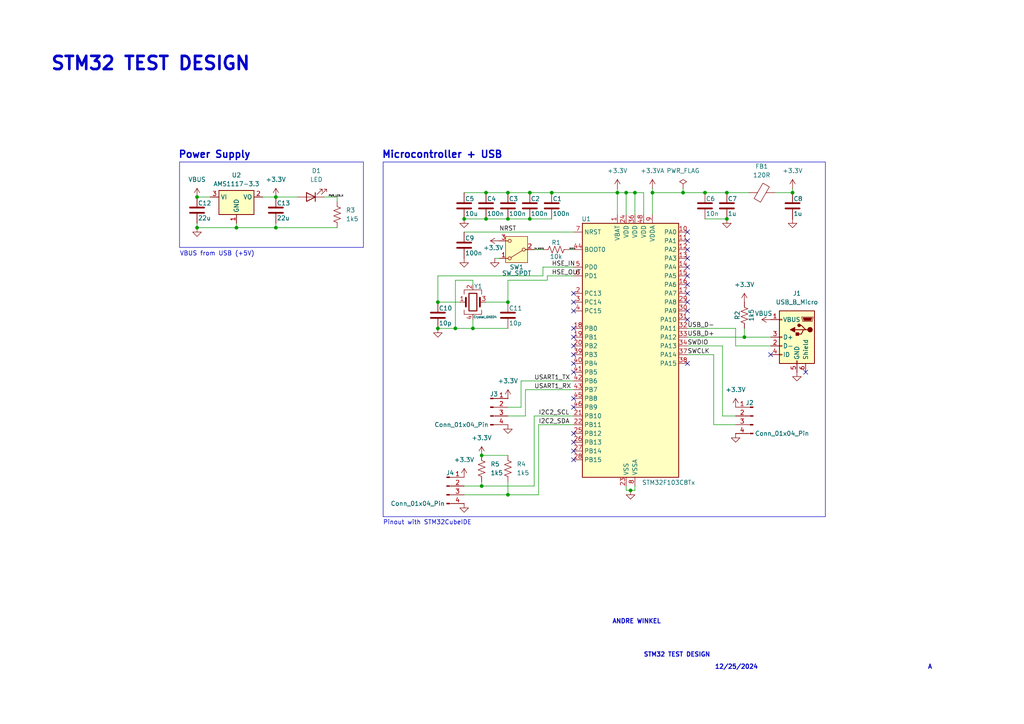
<source format=kicad_sch>
(kicad_sch (version 20250114) (generator "eeschema") (generator_version "9.0")
  (paper "A4")
  (lib_symbols
    (symbol "Connector:Conn_01x04_Pin" (pin_names (offset 1.016) (hide yes))
      (property "Reference" "J" (at 0 5.08 0))
      (property "Value" "Conn_01x04_Pin" (at 0 -7.62 0))
      (symbol "Conn_01x04_Pin_1_1"
        (rectangle (start 0.8636 2.667) (end 0 2.413) (stroke (width 0.1524)) (fill (type outline)))
        (rectangle (start 0.8636 0.127) (end 0 -0.127) (stroke (width 0.1524)) (fill (type outline)))
        (rectangle (start 0.8636 -2.413) (end 0 -2.667) (stroke (width 0.1524)) (fill (type outline)))
        (rectangle (start 0.8636 -4.953) (end 0 -5.207) (stroke (width 0.1524)) (fill (type outline)))
        (polyline (pts (xy 1.27 2.54) (xy 0.8636 2.54)) (stroke (width 0.1524)))
        (polyline (pts (xy 1.27 0) (xy 0.8636 0)) (stroke (width 0.1524)))
        (polyline (pts (xy 1.27 -2.54) (xy 0.8636 -2.54)) (stroke (width 0.1524)))
        (polyline (pts (xy 1.27 -5.08) (xy 0.8636 -5.08)) (stroke (width 0.1524)))
        (pin passive line (at 5.08 2.54 180) (length 3.81) (name "Pin_1") (number "1"))
        (pin passive line (at 5.08 0 180) (length 3.81) (name "Pin_2") (number "2"))
        (pin passive line (at 5.08 -2.54 180) (length 3.81) (name "Pin_3") (number "3"))
        (pin passive line (at 5.08 -5.08 180) (length 3.81) (name "Pin_4") (number "4"))
      )
    )
    (symbol "Connector:USB_B_Micro" (pin_names (offset 1.016))
      (property "Reference" "J" (at -5.08 11.43 0))
      (property "Value" "USB_B_Micro" (at -5.08 8.89 0))
      (symbol "USB_B_Micro_0_1"
        (rectangle (start -5.08 -7.62) (end 5.08 7.62) (stroke (width 0.254)) (fill (type background)))
        (polyline (pts (xy -4.699 5.842) (xy -4.699 5.588) (xy -4.445 4.826) (xy -4.445 4.572) (xy -1.651 4.572) (xy -1.651 4.826) (xy -1.397 5.588) (xy -1.397 5.842) (xy -4.699 5.842)))
        (polyline (pts (xy -4.318 5.588) (xy -1.778 5.588) (xy -2.032 4.826) (xy -4.064 4.826) (xy -4.318 5.588)) (fill (type outline)))
        (circle (center -3.81 2.159) (radius 0.635) (stroke (width 0.254)) (fill (type outline)))
        (polyline (pts (xy -3.175 2.159) (xy -2.54 2.159) (xy -1.27 3.429) (xy -0.635 3.429)) (stroke (width 0.254)))
        (polyline (pts (xy -2.54 2.159) (xy -1.905 2.159) (xy -1.27 0.889) (xy 0 0.889)) (stroke (width 0.254)))
        (polyline (pts (xy -1.905 2.159) (xy 0.635 2.159)) (stroke (width 0.254)))
        (circle (center -0.635 3.429) (radius 0.381) (stroke (width 0.254)) (fill (type outline)))
        (rectangle (start -0.127 -7.62) (end 0.127 -6.858))
        (rectangle (start 0.254 1.27) (end -0.508 0.508) (stroke (width 0.254)) (fill (type outline)))
        (polyline (pts (xy 0.635 2.794) (xy 0.635 1.524) (xy 1.905 2.159) (xy 0.635 2.794)) (stroke (width 0.254)) (fill (type outline)))
        (rectangle (start 5.08 4.953) (end 4.318 5.207))
        (rectangle (start 5.08 -0.127) (end 4.318 0.127))
        (rectangle (start 5.08 -2.667) (end 4.318 -2.413))
        (rectangle (start 5.08 -5.207) (end 4.318 -4.953))
      )
      (symbol "USB_B_Micro_1_1"
        (pin passive line (at -2.54 -10.16 90) (length 2.54) (name "Shield") (number "6"))
        (pin power_out line (at 0 -10.16 90) (length 2.54) (name "GND") (number "5"))
        (pin power_out line (at 7.62 5.08 180) (length 2.54) (name "VBUS") (number "1"))
        (pin bidirectional line (at 7.62 0 180) (length 2.54) (name "D+") (number "3"))
        (pin bidirectional line (at 7.62 -2.54 180) (length 2.54) (name "D-") (number "2"))
        (pin passive line (at 7.62 -5.08 180) (length 2.54) (name "ID") (number "4"))
      )
    )
    (symbol "Device:C" (pin_numbers (hide yes)) (pin_names (offset 0.254))
      (property "Reference" "C" (at 0.635 2.54 0))
      (property "Value" "C" (at 0.635 -2.54 0))
      (symbol "C_0_1"
        (polyline (pts (xy -2.032 0.762) (xy 2.032 0.762)) (stroke (width 0.508)))
        (polyline (pts (xy -2.032 -0.762) (xy 2.032 -0.762)) (stroke (width 0.508)))
      )
      (symbol "C_1_1"
        (pin passive line (at 0 3.81 270) (length 2.794) (name "~") (number "1"))
        (pin passive line (at 0 -3.81 90) (length 2.794) (name "~") (number "2"))
      )
    )
    (symbol "Device:Crystal_GND24" (pin_names (offset 1.016) (hide yes))
      (property "Reference" "Y" (at 3.175 5.08 0))
      (property "Value" "Crystal_GND24" (at 3.175 3.175 0))
      (symbol "Crystal_GND24_0_1"
        (polyline (pts (xy -2.54 2.286) (xy -2.54 3.556) (xy 2.54 3.556) (xy 2.54 2.286)))
        (polyline (pts (xy -2.54 0) (xy -2.032 0)))
        (polyline (pts (xy -2.54 -2.286) (xy -2.54 -3.556) (xy 2.54 -3.556) (xy 2.54 -2.286)))
        (polyline (pts (xy -2.032 -1.27) (xy -2.032 1.27)) (stroke (width 0.508)))
        (rectangle (start -1.143 2.54) (end 1.143 -2.54) (stroke (width 0.3048)))
        (polyline (pts (xy 0 3.556) (xy 0 3.81)))
        (polyline (pts (xy 0 -3.81) (xy 0 -3.556)))
        (polyline (pts (xy 2.032 0) (xy 2.54 0)))
        (polyline (pts (xy 2.032 -1.27) (xy 2.032 1.27)) (stroke (width 0.508)))
      )
      (symbol "Crystal_GND24_1_1"
        (pin passive line (at -3.81 0 0) (length 1.27) (name "1") (number "1"))
        (pin passive line (at 0 5.08 270) (length 1.27) (name "2") (number "2"))
        (pin passive line (at 0 -5.08 90) (length 1.27) (name "4") (number "4"))
        (pin passive line (at 3.81 0 180) (length 1.27) (name "3") (number "3"))
      )
    )
    (symbol "Device:FerriteBead" (pin_numbers (hide yes)) (pin_names (offset 0))
      (property "Reference" "FB" (at -3.81 0.635 90))
      (property "Value" "FerriteBead" (at 3.81 0 90))
      (symbol "FerriteBead_0_1"
        (polyline (pts (xy -2.7686 0.4064) (xy -1.7018 2.2606) (xy 2.7686 -0.3048) (xy 1.6764 -2.159) (xy -2.7686 0.4064)))
        (polyline (pts (xy 0 1.27) (xy 0 1.2954)))
        (polyline (pts (xy 0 -1.27) (xy 0 -1.2192)))
      )
      (symbol "FerriteBead_1_1"
        (pin passive line (at 0 3.81 270) (length 2.54) (name "~") (number "1"))
        (pin passive line (at 0 -3.81 90) (length 2.54) (name "~") (number "2"))
      )
    )
    (symbol "Device:LED" (pin_numbers (hide yes)) (pin_names (offset 1.016) (hide yes))
      (property "Reference" "D" (at 0 2.54 0))
      (property "Value" "LED" (at 0 -2.54 0))
      (symbol "LED_0_1"
        (polyline (pts (xy -3.048 -0.762) (xy -4.572 -2.286) (xy -3.81 -2.286) (xy -4.572 -2.286) (xy -4.572 -1.524)))
        (polyline (pts (xy -1.778 -0.762) (xy -3.302 -2.286) (xy -2.54 -2.286) (xy -3.302 -2.286) (xy -3.302 -1.524)))
        (polyline (pts (xy -1.27 0) (xy 1.27 0)))
        (polyline (pts (xy -1.27 -1.27) (xy -1.27 1.27)) (stroke (width 0.254)))
        (polyline (pts (xy 1.27 -1.27) (xy 1.27 1.27) (xy -1.27 0) (xy 1.27 -1.27)) (stroke (width 0.254)))
      )
      (symbol "LED_1_1"
        (pin passive line (at -3.81 0 0) (length 2.54) (name "K") (number "1"))
        (pin passive line (at 3.81 0 180) (length 2.54) (name "A") (number "2"))
      )
    )
    (symbol "Device:R_US" (pin_numbers (hide yes)) (pin_names (offset 0))
      (property "Reference" "R" (at 2.54 0 90))
      (property "Value" "R_US" (at -2.54 0 90))
      (symbol "R_US_0_1"
        (polyline (pts (xy 0 2.286) (xy 0 2.54)))
        (polyline (pts (xy 0 2.286) (xy 1.016 1.905) (xy 0 1.524) (xy -1.016 1.143) (xy 0 0.762)))
        (polyline (pts (xy 0 0.762) (xy 1.016 0.381) (xy 0 0) (xy -1.016 -0.381) (xy 0 -0.762)))
        (polyline (pts (xy 0 -0.762) (xy 1.016 -1.143) (xy 0 -1.524) (xy -1.016 -1.905) (xy 0 -2.286)))
        (polyline (pts (xy 0 -2.286) (xy 0 -2.54)))
      )
      (symbol "R_US_1_1"
        (pin passive line (at 0 3.81 270) (length 1.27) (name "~") (number "1"))
        (pin passive line (at 0 -3.81 90) (length 1.27) (name "~") (number "2"))
      )
    )
    (symbol "MCU_ST_STM32F1:STM32F103C8Tx"
      (property "Reference" "U" (at -12.7 39.37 0))
      (property "Value" "STM32F103C8Tx" (at 10.16 39.37 0))
      (symbol "STM32F103C8Tx_0_1"
        (rectangle (start -12.7 -35.56) (end 15.24 38.1) (stroke (width 0.254)) (fill (type background)))
      )
      (symbol "STM32F103C8Tx_1_1"
        (pin input line (at -15.24 35.56 0) (length 2.54) (name "NRST") (number "7"))
        (pin input line (at -15.24 30.48 0) (length 2.54) (name "BOOT0") (number "44"))
        (pin bidirectional line (at -15.24 25.4 0) (length 2.54) (name "PD0") (number "5"))
        (pin bidirectional line (at -15.24 22.86 0) (length 2.54) (name "PD1") (number "6"))
        (pin bidirectional line (at -15.24 17.78 0) (length 2.54) (name "PC13") (number "2"))
        (pin bidirectional line (at -15.24 15.24 0) (length 2.54) (name "PC14") (number "3"))
        (pin bidirectional line (at -15.24 12.7 0) (length 2.54) (name "PC15") (number "4"))
        (pin bidirectional line (at -15.24 7.62 0) (length 2.54) (name "PB0") (number "18"))
        (pin bidirectional line (at -15.24 5.08 0) (length 2.54) (name "PB1") (number "19"))
        (pin bidirectional line (at -15.24 2.54 0) (length 2.54) (name "PB2") (number "20"))
        (pin bidirectional line (at -15.24 0 0) (length 2.54) (name "PB3") (number "39"))
        (pin bidirectional line (at -15.24 -2.54 0) (length 2.54) (name "PB4") (number "40"))
        (pin bidirectional line (at -15.24 -5.08 0) (length 2.54) (name "PB5") (number "41"))
        (pin bidirectional line (at -15.24 -7.62 0) (length 2.54) (name "PB6") (number "42"))
        (pin bidirectional line (at -15.24 -10.16 0) (length 2.54) (name "PB7") (number "43"))
        (pin bidirectional line (at -15.24 -12.7 0) (length 2.54) (name "PB8") (number "45"))
        (pin bidirectional line (at -15.24 -15.24 0) (length 2.54) (name "PB9") (number "46"))
        (pin bidirectional line (at -15.24 -17.78 0) (length 2.54) (name "PB10") (number "21"))
        (pin bidirectional line (at -15.24 -20.32 0) (length 2.54) (name "PB11") (number "22"))
        (pin bidirectional line (at -15.24 -22.86 0) (length 2.54) (name "PB12") (number "25"))
        (pin bidirectional line (at -15.24 -25.4 0) (length 2.54) (name "PB13") (number "26"))
        (pin bidirectional line (at -15.24 -27.94 0) (length 2.54) (name "PB14") (number "27"))
        (pin bidirectional line (at -15.24 -30.48 0) (length 2.54) (name "PB15") (number "28"))
        (pin power_in line (at -2.54 40.64 270) (length 2.54) (name "VBAT") (number "1"))
        (pin power_in line (at 0 40.64 270) (length 2.54) (name "VDD") (number "24"))
        (pin power_in line (at 0 -38.1 90) (length 2.54) (name "VSS") (number "23"))
        (pin passive line (at 0 -38.1 90) (length 2.54) (hide yes) (name "VSS") (number "35"))
        (pin passive line (at 0 -38.1 90) (length 2.54) (hide yes) (name "VSS") (number "47"))
        (pin power_in line (at 2.54 40.64 270) (length 2.54) (name "VDD") (number "36"))
        (pin power_in line (at 2.54 -38.1 90) (length 2.54) (name "VSSA") (number "8"))
        (pin power_in line (at 5.08 40.64 270) (length 2.54) (name "VDD") (number "48"))
        (pin power_in line (at 7.62 40.64 270) (length 2.54) (name "VDDA") (number "9"))
        (pin bidirectional line (at 17.78 35.56 180) (length 2.54) (name "PA0") (number "10"))
        (pin bidirectional line (at 17.78 33.02 180) (length 2.54) (name "PA1") (number "11"))
        (pin bidirectional line (at 17.78 30.48 180) (length 2.54) (name "PA2") (number "12"))
        (pin bidirectional line (at 17.78 27.94 180) (length 2.54) (name "PA3") (number "13"))
        (pin bidirectional line (at 17.78 25.4 180) (length 2.54) (name "PA4") (number "14"))
        (pin bidirectional line (at 17.78 22.86 180) (length 2.54) (name "PA5") (number "15"))
        (pin bidirectional line (at 17.78 20.32 180) (length 2.54) (name "PA6") (number "16"))
        (pin bidirectional line (at 17.78 17.78 180) (length 2.54) (name "PA7") (number "17"))
        (pin bidirectional line (at 17.78 15.24 180) (length 2.54) (name "PA8") (number "29"))
        (pin bidirectional line (at 17.78 12.7 180) (length 2.54) (name "PA9") (number "30"))
        (pin bidirectional line (at 17.78 10.16 180) (length 2.54) (name "PA10") (number "31"))
        (pin bidirectional line (at 17.78 7.62 180) (length 2.54) (name "PA11") (number "32"))
        (pin bidirectional line (at 17.78 5.08 180) (length 2.54) (name "PA12") (number "33"))
        (pin bidirectional line (at 17.78 2.54 180) (length 2.54) (name "PA13") (number "34"))
        (pin bidirectional line (at 17.78 0 180) (length 2.54) (name "PA14") (number "37"))
        (pin bidirectional line (at 17.78 -2.54 180) (length 2.54) (name "PA15") (number "38"))
      )
    )
    (symbol "Regulator_Linear:AMS1117-3.3"
      (property "Reference" "U" (at -3.81 3.175 0))
      (property "Value" "AMS1117-3.3" (at 0 3.175 0))
      (symbol "AMS1117-3.3_0_1"
        (rectangle (start -5.08 -5.08) (end 5.08 1.905) (stroke (width 0.254)) (fill (type background)))
      )
      (symbol "AMS1117-3.3_1_1"
        (pin power_in line (at -7.62 0 0) (length 2.54) (name "VI") (number "3"))
        (pin power_in line (at 0 -7.62 90) (length 2.54) (name "GND") (number "1"))
        (pin power_out line (at 7.62 0 180) (length 2.54) (name "VO") (number "2"))
      )
    )
    (symbol "Switch:SW_SPDT" (pin_names (offset 0) (hide yes))
      (property "Reference" "SW" (at 0 5.08 0))
      (property "Value" "SW_SPDT" (at 0 -5.08 0))
      (symbol "SW_SPDT_0_1"
        (circle (center -2.032 0) (radius 0.4572))
        (polyline (pts (xy -1.651 0.254) (xy 1.651 2.286)))
        (circle (center 2.032 2.54) (radius 0.4572))
        (circle (center 2.032 -2.54) (radius 0.4572))
      )
      (symbol "SW_SPDT_1_1"
        (rectangle (start -3.175 3.81) (end 3.175 -3.81) (fill (type background)))
        (pin passive line (at -5.08 0 0) (length 2.54) (name "B") (number "2"))
        (pin passive line (at 5.08 2.54 180) (length 2.54) (name "A") (number "1"))
        (pin passive line (at 5.08 -2.54 180) (length 2.54) (name "C") (number "3"))
      )
    )
    (symbol "power:+3.3V" (power) (pin_numbers (hide yes)) (pin_names (offset 0) (hide yes))
      (property "Value" "+3.3V" (at 0 3.556 0))
      (symbol "+3.3V_0_1"
        (polyline (pts (xy -0.762 1.27) (xy 0 2.54)))
        (polyline (pts (xy 0 2.54) (xy 0.762 1.27)))
        (polyline (pts (xy 0 0) (xy 0 2.54)))
      )
      (symbol "+3.3V_1_1"
        (pin power_in line (at 0 0 90) (length 0) (name "~") (number "1"))
      )
    )
    (symbol "power:+3.3VA" (power) (pin_numbers (hide yes)) (pin_names (offset 0) (hide yes))
      (property "Value" "+3.3VA" (at 0 3.556 0))
      (symbol "+3.3VA_0_1"
        (polyline (pts (xy -0.762 1.27) (xy 0 2.54)))
        (polyline (pts (xy 0 2.54) (xy 0.762 1.27)))
        (polyline (pts (xy 0 0) (xy 0 2.54)))
      )
      (symbol "+3.3VA_1_1"
        (pin power_in line (at 0 0 90) (length 0) (name "~") (number "1"))
      )
    )
    (symbol "power:GND" (power) (pin_numbers (hide yes)) (pin_names (offset 0) (hide yes))
      (property "Value" "GND" (at 0 -3.81 0))
      (symbol "GND_0_1"
        (polyline (pts (xy 0 0) (xy 0 -1.27) (xy 1.27 -1.27) (xy 0 -2.54) (xy -1.27 -1.27) (xy 0 -1.27)))
      )
      (symbol "GND_1_1"
        (pin power_in line (at 0 0 270) (length 0) (name "~") (number "1"))
      )
    )
    (symbol "power:PWR_FLAG" (power) (pin_numbers (hide yes)) (pin_names (offset 0) (hide yes))
      (property "Value" "PWR_FLAG" (at 0 3.81 0))
      (symbol "PWR_FLAG_0_0"
        (pin power_out line (at 0 0 90) (length 0) (name "~") (number "1"))
      )
      (symbol "PWR_FLAG_0_1"
        (polyline (pts (xy 0 0) (xy 0 1.27) (xy -1.016 1.905) (xy 0 2.54) (xy 1.016 1.905) (xy 0 1.27)))
      )
    )
    (symbol "power:VBUS" (power) (pin_numbers (hide yes)) (pin_names (offset 0) (hide yes))
      (property "Value" "VBUS" (at 0 3.556 0))
      (symbol "VBUS_0_1"
        (polyline (pts (xy -0.762 1.27) (xy 0 2.54)))
        (polyline (pts (xy 0 2.54) (xy 0.762 1.27)))
        (polyline (pts (xy 0 0) (xy 0 2.54)))
      )
      (symbol "VBUS_1_1"
        (pin power_in line (at 0 0 90) (length 0) (name "~") (number "1"))
      )
    )
  )
  (rectangle (start 111.125 46.99) (end 239.395 149.86))
  (rectangle (start 52.07 46.99) (end 105.41 71.755))
  (text "Microcontroller + USB" (at 128.27 44.958 0) (effects (font (size 2.032 2.032) (thickness 0.4064) (bold yes))))
  (text "12/25/2024" (at 213.614 193.548 0) (effects (font (size 1.27 1.27) (thickness 0.254) (bold yes))))
  (text "STM32 TEST DESIGN" (at 43.688 18.542 0) (effects (font (size 3.81 3.81) (thickness 0.762) (bold yes))))
  (text "ANDRE WINKEL" (at 184.658 180.34 0) (effects (font (size 1.27 1.27) (thickness 0.254) (bold yes))))
  (text "VBUS from USB (+5V)" (at 62.992 73.66 0) (effects (font (size 1.27 1.27) (thickness 0.1588))))
  (text "STM32 TEST DESIGN" (at 196.342 189.992 0) (effects (font (size 1.27 1.27) (thickness 0.254) (bold yes))))
  (text "Power Supply" (at 62.23 44.958 0) (effects (font (size 2.032 2.032) (thickness 0.4064) (bold yes))))
  (text "A" (at 269.748 193.548 0) (effects (font (size 1.27 1.27) (thickness 0.254) (bold yes))))
  (text "Pinout with STM32CubeIDE" (at 123.952 151.638 0) (effects (font (size 1.27 1.27) (thickness 0.1588))))
  (junction (at 210.82 63.5))
  (junction (at 80.01 57.15))
  (junction (at 181.61 55.88))
  (junction (at 139.7 140.97))
  (junction (at 147.32 87.63))
  (junction (at 210.82 55.88))
  (junction (at 147.32 63.5))
  (junction (at 137.16 95.25))
  (junction (at 132.08 95.25))
  (junction (at 68.58 66.04))
  (junction (at 147.32 55.88))
  (junction (at 127 95.25))
  (junction (at 80.01 66.04))
  (junction (at 134.62 63.5))
  (junction (at 204.47 55.88))
  (junction (at 229.87 55.88))
  (junction (at 153.67 63.5))
  (junction (at 127 87.63))
  (junction (at 57.15 66.04))
  (junction (at 153.67 55.88))
  (junction (at 160.02 55.88))
  (junction (at 179.07 55.88))
  (junction (at 140.97 55.88))
  (junction (at 182.88 142.24))
  (junction (at 147.32 143.51))
  (junction (at 184.15 55.88))
  (junction (at 215.9 97.79))
  (junction (at 139.7 132.08))
  (junction (at 189.23 55.88))
  (junction (at 57.15 57.15))
  (junction (at 140.97 63.5))
  (junction (at 198.12 55.88))
  (no_connect (at 166.37 125.73))
  (no_connect (at 166.37 105.41))
  (no_connect (at 199.39 74.93))
  (no_connect (at 166.37 90.17))
  (no_connect (at 166.37 95.25))
  (no_connect (at 223.52 102.87))
  (no_connect (at 166.37 97.79))
  (no_connect (at 166.37 115.57))
  (no_connect (at 166.37 130.81))
  (no_connect (at 199.39 80.01))
  (no_connect (at 166.37 87.63))
  (no_connect (at 199.39 90.17))
  (no_connect (at 199.39 82.55))
  (no_connect (at 199.39 67.31))
  (no_connect (at 166.37 102.87))
  (no_connect (at 166.37 128.27))
  (no_connect (at 199.39 92.71))
  (no_connect (at 199.39 72.39))
  (no_connect (at 199.39 77.47))
  (no_connect (at 166.37 133.35))
  (no_connect (at 166.37 107.95))
  (no_connect (at 166.37 85.09))
  (no_connect (at 166.37 118.11))
  (no_connect (at 199.39 87.63))
  (no_connect (at 233.68 107.95))
  (no_connect (at 166.37 100.33))
  (no_connect (at 199.39 105.41))
  (no_connect (at 199.39 69.85))
  (no_connect (at 199.39 85.09))
  (wire (pts (xy 147.32 132.08) (xy 139.7 132.08)))
  (wire (pts (xy 151.13 110.49) (xy 151.13 118.11)))
  (wire (pts (xy 199.39 100.33) (xy 209.55 100.33)))
  (wire (pts (xy 158.75 80.01) (xy 166.37 80.01)))
  (wire (pts (xy 147.32 81.28) (xy 147.32 87.63)))
  (wire (pts (xy 127 87.63) (xy 133.35 87.63)))
  (wire (pts (xy 137.16 92.71) (xy 137.16 95.25)))
  (wire (pts (xy 158.75 81.28) (xy 147.32 81.28)))
  (wire (pts (xy 198.12 55.88) (xy 204.47 55.88)))
  (wire (pts (xy 127 87.63) (xy 127 80.01)))
  (wire (pts (xy 186.69 55.88) (xy 186.69 62.23)))
  (wire (pts (xy 153.67 63.5) (xy 160.02 63.5)))
  (wire (pts (xy 179.07 55.88) (xy 179.07 62.23)))
  (wire (pts (xy 134.62 55.88) (xy 140.97 55.88)))
  (wire (pts (xy 151.13 118.11) (xy 147.32 118.11)))
  (wire (pts (xy 189.23 54.61) (xy 189.23 55.88)))
  (wire (pts (xy 181.61 55.88) (xy 184.15 55.88)))
  (wire (pts (xy 139.7 140.97) (xy 154.94 140.97)))
  (wire (pts (xy 184.15 55.88) (xy 184.15 62.23)))
  (wire (pts (xy 80.01 64.77) (xy 80.01 66.04)))
  (wire (pts (xy 179.07 55.88) (xy 181.61 55.88)))
  (wire (pts (xy 152.4 120.65) (xy 152.4 113.03)))
  (wire (pts (xy 134.62 67.31) (xy 166.37 67.31)))
  (wire (pts (xy 137.16 95.25) (xy 147.32 95.25)))
  (wire (pts (xy 189.23 55.88) (xy 189.23 62.23)))
  (wire (pts (xy 57.15 57.15) (xy 60.96 57.15)))
  (wire (pts (xy 209.55 120.65) (xy 213.36 120.65)))
  (wire (pts (xy 127 95.25) (xy 132.08 95.25)))
  (wire (pts (xy 147.32 55.88) (xy 153.67 55.88)))
  (wire (pts (xy 147.32 143.51) (xy 156.21 143.51)))
  (wire (pts (xy 134.62 63.5) (xy 140.97 63.5)))
  (wire (pts (xy 209.55 100.33) (xy 209.55 120.65)))
  (wire (pts (xy 207.01 123.19) (xy 213.36 123.19)))
  (wire (pts (xy 184.15 140.97) (xy 184.15 142.24)))
  (wire (pts (xy 199.39 102.87) (xy 207.01 102.87)))
  (wire (pts (xy 137.16 82.55) (xy 137.16 81.28)))
  (wire (pts (xy 215.9 97.79) (xy 223.52 97.79)))
  (wire (pts (xy 213.36 95.25) (xy 213.36 100.33)))
  (wire (pts (xy 215.9 95.25) (xy 215.9 97.79)))
  (wire (pts (xy 80.01 57.15) (xy 86.36 57.15)))
  (wire (pts (xy 156.21 123.19) (xy 166.37 123.19)))
  (wire (pts (xy 139.7 139.7) (xy 139.7 140.97)))
  (wire (pts (xy 213.36 100.33) (xy 223.52 100.33)))
  (wire (pts (xy 181.61 55.88) (xy 181.61 62.23)))
  (wire (pts (xy 158.75 80.01) (xy 158.75 81.28)))
  (wire (pts (xy 154.94 120.65) (xy 166.37 120.65)))
  (wire (pts (xy 147.32 139.7) (xy 147.32 143.51)))
  (wire (pts (xy 199.39 97.79) (xy 215.9 97.79)))
  (wire (pts (xy 189.23 55.88) (xy 198.12 55.88)))
  (wire (pts (xy 154.94 140.97) (xy 154.94 120.65)))
  (wire (pts (xy 210.82 55.88) (xy 217.17 55.88)))
  (wire (pts (xy 97.79 57.15) (xy 97.79 58.42)))
  (wire (pts (xy 147.32 120.65) (xy 152.4 120.65)))
  (wire (pts (xy 134.62 143.51) (xy 147.32 143.51)))
  (wire (pts (xy 182.88 142.24) (xy 184.15 142.24)))
  (wire (pts (xy 134.62 140.97) (xy 139.7 140.97)))
  (wire (pts (xy 157.48 80.01) (xy 157.48 77.47)))
  (wire (pts (xy 181.61 142.24) (xy 182.88 142.24)))
  (wire (pts (xy 153.67 55.88) (xy 160.02 55.88)))
  (wire (pts (xy 198.12 54.61) (xy 198.12 55.88)))
  (wire (pts (xy 184.15 55.88) (xy 186.69 55.88)))
  (wire (pts (xy 132.08 81.28) (xy 132.08 95.25)))
  (wire (pts (xy 143.51 74.93) (xy 144.78 74.93)))
  (wire (pts (xy 127 80.01) (xy 157.48 80.01)))
  (wire (pts (xy 207.01 102.87) (xy 207.01 123.19)))
  (wire (pts (xy 154.94 72.39) (xy 157.48 72.39)))
  (wire (pts (xy 147.32 63.5) (xy 153.67 63.5)))
  (wire (pts (xy 80.01 66.04) (xy 97.79 66.04)))
  (wire (pts (xy 199.39 95.25) (xy 213.36 95.25)))
  (wire (pts (xy 179.07 54.61) (xy 179.07 55.88)))
  (wire (pts (xy 204.47 55.88) (xy 210.82 55.88)))
  (wire (pts (xy 132.08 95.25) (xy 137.16 95.25)))
  (wire (pts (xy 165.1 72.39) (xy 166.37 72.39)))
  (wire (pts (xy 68.58 64.77) (xy 68.58 66.04)))
  (wire (pts (xy 181.61 140.97) (xy 181.61 142.24)))
  (wire (pts (xy 152.4 113.03) (xy 166.37 113.03)))
  (wire (pts (xy 160.02 55.88) (xy 179.07 55.88)))
  (wire (pts (xy 57.15 64.77) (xy 57.15 66.04)))
  (wire (pts (xy 229.87 54.61) (xy 229.87 55.88)))
  (wire (pts (xy 151.13 110.49) (xy 166.37 110.49)))
  (wire (pts (xy 140.97 63.5) (xy 147.32 63.5)))
  (wire (pts (xy 76.2 57.15) (xy 80.01 57.15)))
  (wire (pts (xy 157.48 77.47) (xy 166.37 77.47)))
  (wire (pts (xy 68.58 66.04) (xy 57.15 66.04)))
  (wire (pts (xy 156.21 123.19) (xy 156.21 143.51)))
  (wire (pts (xy 137.16 81.28) (xy 132.08 81.28)))
  (wire (pts (xy 68.58 66.04) (xy 80.01 66.04)))
  (wire (pts (xy 97.79 57.15) (xy 93.98 57.15)))
  (wire (pts (xy 204.47 63.5) (xy 210.82 63.5)))
  (wire (pts (xy 224.79 55.88) (xy 229.87 55.88)))
  (wire (pts (xy 140.97 55.88) (xy 147.32 55.88)))
  (wire (pts (xy 140.97 87.63) (xy 147.32 87.63)))
  (label "USART1_RX" (at 154.94 113.03 0))
  (label "NRST" (at 144.78 67.31 0))
  (label "HSE_IN" (at 160.02 77.47 0))
  (label "SW_BOOT0" (at 154.94 72.39 0) (effects (font (size 0.3556 0.3556))))
  (label "SWDIO" (at 199.39 100.33 0))
  (label "USB_D+" (at 199.39 97.79 0))
  (label "BOOT0" (at 165.1 72.39 0) (effects (font (size 0.3556 0.3556))))
  (label "USB_D-" (at 199.39 95.25 0))
  (label "I2C2_SDA" (at 156.21 123.19 0))
  (label "PWR_LED_K" (at 95.25 57.15 0) (effects (font (size 0.508 0.508))))
  (label "HSE_OUT" (at 160.02 80.01 0))
  (label "USART1_TX" (at 154.94 110.49 0))
  (label "SWCLK" (at 199.39 102.87 0))
  (label "I2C2_SCL" (at 156.21 120.65 0))
  (symbol (lib_id "power:PWR_FLAG") (at 198.12 54.61 0) (unit 1)
    (property "Reference" "#FLG02" (effects (hide yes)))
    (property "Value" "PWR_FLAG" (at 198.12 49.53 0))
    (property "Description" "Special symbol for telling ERC where power comes from" (effects (hide yes)))
  )
  (symbol (lib_id "Device:C") (at 204.47 59.69 0) (unit 1)
    (property "Reference" "C6" (at 204.724 57.658 0) (effects (justify left)))
    (property "Value" "10n" (at 204.724 61.976 0) (effects (justify left)))
    (property "Footprint" "Capacitor_SMD:C_0402_1005Metric" (effects (hide yes)))
    (property "Description" "Unpolarized capacitor" (effects (hide yes)))
  )
  (symbol (lib_id "power:VBUS") (at 223.52 92.71 90) (unit 1)
    (property "Reference" "#PWR012" (effects (hide yes)))
    (property "Value" "VBUS" (at 224.028 90.932 90) (effects (justify left)))
    (property "Description" "Power symbol creates a global label with name \"VBUS\"" (effects (hide yes)))
  )
  (symbol (lib_id "power:GND") (at 57.15 66.04 0) (unit 1)
    (property "Reference" "#PWR017" (effects (hide yes)))
    (property "Value" "GND" (effects (hide yes)))
    (property "Description" "Power symbol creates a global label with name \"GND\" , ground" (effects (hide yes)))
  )
  (symbol (lib_id "power:+3.3V") (at 80.01 57.15 0) (unit 1)
    (property "Reference" "#PWR019" (effects (hide yes)))
    (property "Value" "+3.3V" (at 80.01 52.07 0))
    (property "Description" "Power symbol creates a global label with name \"+3.3V\"" (effects (hide yes)))
  )
  (symbol (lib_id "Device:C") (at 57.15 60.96 0) (unit 1)
    (property "Reference" "C12" (at 57.404 58.928 0) (effects (justify left)))
    (property "Value" "22u" (at 57.404 63.246 0) (effects (justify left)))
    (property "Footprint" "Capacitor_SMD:C_0805_2012Metric" (effects (hide yes)))
    (property "Description" "Unpolarized capacitor" (effects (hide yes)))
  )
  (symbol (lib_id "Device:R_US") (at 161.29 72.39 90) (unit 1)
    (property "Reference" "R1" (at 161.29 70.358 90))
    (property "Value" "10k" (at 161.29 74.422 90))
    (property "Footprint" "Resistor_SMD:R_0402_1005Metric" (effects (hide yes)))
    (property "Description" "Resistor, US symbol" (effects (hide yes)))
  )
  (symbol (lib_id "power:+3.3V") (at 134.62 138.43 0) (unit 1)
    (property "Reference" "#PWR022" (effects (hide yes)))
    (property "Value" "+3.3V" (at 134.62 133.35 0))
    (property "Description" "Power symbol creates a global label with name \"+3.3V\"" (effects (hide yes)))
  )
  (symbol (lib_id "Switch:SW_SPDT") (at 149.86 72.39 180) (unit 1)
    (property "Reference" "SW1" (at 149.86 77.47 0))
    (property "Value" "SW_SPDT" (at 149.86 79.248 0))
    (property "Footprint" "Button_Switch_SMD:SW_SPST_B3S-1100" (effects (hide yes)))
    (property "Description" "Switch, single pole double throw" (effects (hide yes)))
  )
  (symbol (lib_id "power:+3.3VA") (at 189.23 54.61 0) (unit 1)
    (property "Reference" "#PWR04" (effects (hide yes)))
    (property "Value" "+3.3VA" (at 189.23 49.53 0))
    (property "Description" "Power symbol creates a global label with name \"+3.3VA\"" (effects (hide yes)))
  )
  (symbol (lib_id "Device:R_US") (at 147.32 135.89 0) (unit 1)
    (property "Reference" "R4" (at 149.86 134.6199 0) (effects (justify left)))
    (property "Value" "1k5" (at 149.86 137.1599 0) (effects (justify left)))
    (property "Footprint" "Resistor_SMD:R_0402_1005Metric" (effects (hide yes)))
    (property "Description" "Resistor, US symbol" (effects (hide yes)))
  )
  (symbol (lib_id "power:GND") (at 147.32 123.19 0) (unit 1)
    (property "Reference" "#PWR021" (effects (hide yes)))
    (property "Value" "GND" (effects (hide yes)))
    (property "Description" "Power symbol creates a global label with name \"GND\" , ground" (effects (hide yes)))
  )
  (symbol (lib_id "Device:C") (at 147.32 59.69 0) (unit 1)
    (property "Reference" "C3" (at 147.574 57.658 0) (effects (justify left)))
    (property "Value" "100n" (at 147.574 61.976 0) (effects (justify left)))
    (property "Footprint" "Capacitor_SMD:C_0402_1005Metric" (effects (hide yes)))
    (property "Description" "Unpolarized capacitor" (effects (hide yes)))
  )
  (symbol (lib_id "power:GND") (at 231.14 107.95 0) (unit 1)
    (property "Reference" "#PWR014" (effects (hide yes)))
    (property "Value" "GND" (effects (hide yes)))
    (property "Description" "Power symbol creates a global label with name \"GND\" , ground" (effects (hide yes)))
  )
  (symbol (lib_id "Device:C") (at 134.62 59.69 0) (unit 1)
    (property "Reference" "C5" (at 134.874 57.658 0) (effects (justify left)))
    (property "Value" "10u" (at 134.874 61.976 0) (effects (justify left)))
    (property "Footprint" "Capacitor_SMD:C_0603_1608Metric" (effects (hide yes)))
    (property "Description" "Unpolarized capacitor" (effects (hide yes)))
  )
  (symbol (lib_id "Device:LED") (at 90.17 57.15 180) (unit 1)
    (property "Reference" "D1" (at 91.7575 49.53 0))
    (property "Value" "LED" (at 91.7575 52.07 0))
    (property "Footprint" "LED_SMD:LED_0603_1608Metric" (effects (hide yes)))
    (property "Description" "Light emitting diode" (effects (hide yes)))
  )
  (symbol (lib_id "power:GND") (at 127 95.25 0) (unit 1)
    (property "Reference" "#PWR011" (effects (hide yes)))
    (property "Value" "GND" (effects (hide yes)))
    (property "Description" "Power symbol creates a global label with name \"GND\" , ground" (effects (hide yes)))
  )
  (symbol (lib_id "power:GND") (at 134.62 146.05 0) (unit 1)
    (property "Reference" "#PWR023" (effects (hide yes)))
    (property "Value" "GND" (effects (hide yes)))
    (property "Description" "Power symbol creates a global label with name \"GND\" , ground" (effects (hide yes)))
  )
  (symbol (lib_id "power:VBUS") (at 57.15 57.15 0) (unit 1)
    (property "Reference" "#PWR018" (effects (hide yes)))
    (property "Value" "VBUS" (at 57.15 52.07 0))
    (property "Description" "Power symbol creates a global label with name \"VBUS\"" (effects (hide yes)))
  )
  (symbol (lib_id "power:GND") (at 143.51 74.93 0) (unit 1)
    (property "Reference" "#PWR010" (effects (hide yes)))
    (property "Value" "GND" (effects (hide yes)))
    (property "Description" "Power symbol creates a global label with name \"GND\" , ground" (effects (hide yes)))
  )
  (symbol (lib_id "power:+3.3V") (at 139.7 132.08 0) (unit 1)
    (property "Reference" "#PWR024" (effects (hide yes)))
    (property "Value" "+3.3V" (at 139.7 127 0))
    (property "Description" "Power symbol creates a global label with name \"+3.3V\"" (effects (hide yes)))
  )
  (symbol (lib_id "Device:C") (at 80.01 60.96 0) (unit 1)
    (property "Reference" "C13" (at 80.264 58.928 0) (effects (justify left)))
    (property "Value" "22u" (at 80.264 63.246 0) (effects (justify left)))
    (property "Footprint" "Capacitor_SMD:C_0805_2012Metric" (effects (hide yes)))
    (property "Description" "Unpolarized capacitor" (effects (hide yes)))
  )
  (symbol (lib_id "power:+3.3V") (at 144.78 69.85 90) (unit 1)
    (property "Reference" "#PWR09" (effects (hide yes)))
    (property "Value" "+3.3V" (at 146.05 71.882 90) (effects (justify left)))
    (property "Description" "Power symbol creates a global label with name \"+3.3V\"" (effects (hide yes)))
  )
  (symbol (lib_id "Device:Crystal_GND24") (at 137.16 87.63 0) (unit 1)
    (property "Reference" "Y1" (at 138.684 83.058 0))
    (property "Value" "Crystal_GND24" (at 140.716 91.948 0) (effects (font (size 0.6096 0.6096))))
    (property "Footprint" "Crystal:Crystal_SMD_3225-4Pin_3.2x2.5mm" (effects (hide yes)))
    (property "Description" "Four pin crystal, GND on pins 2 and 4" (effects (hide yes)))
  )
  (symbol (lib_id "power:+3.3V") (at 147.32 115.57 0) (unit 1)
    (property "Reference" "#PWR020" (effects (hide yes)))
    (property "Value" "+3.3V" (at 147.32 110.49 0))
    (property "Description" "Power symbol creates a global label with name \"+3.3V\"" (effects (hide yes)))
  )
  (symbol (lib_id "Device:C") (at 229.87 59.69 0) (unit 1)
    (property "Reference" "C8" (at 230.124 57.658 0) (effects (justify left)))
    (property "Value" "1u" (at 230.124 61.976 0) (effects (justify left)))
    (property "Footprint" "Capacitor_SMD:C_0402_1005Metric" (effects (hide yes)))
    (property "Description" "Unpolarized capacitor" (effects (hide yes)))
  )
  (symbol (lib_id "Regulator_Linear:AMS1117-3.3") (at 68.58 57.15 0) (unit 1)
    (property "Reference" "U2" (at 68.58 50.8 0))
    (property "Value" "AMS1117-3.3" (at 68.58 53.34 0))
    (property "Footprint" "Package_TO_SOT_SMD:SOT-223-3_TabPin2" (effects (hide yes)))
    (property "Datasheet" "http://www.advanced-monolithic.com/pdf/ds1117.pdf" (effects (hide yes)))
    (property "Description" "1A Low Dropout regulator, positive, 3.3V fixed output, SOT-223" (effects (hide yes)))
  )
  (symbol (lib_id "power:GND") (at 182.88 142.24 0) (unit 1)
    (property "Reference" "#PWR01" (effects (hide yes)))
    (property "Value" "GND" (effects (hide yes)))
    (property "Description" "Power symbol creates a global label with name \"GND\" , ground" (effects (hide yes)))
  )
  (symbol (lib_id "Connector:Conn_01x04_Pin") (at 129.54 140.97 0) (unit 1)
    (property "Reference" "J4" (at 130.556 137.16 0))
    (property "Value" "Conn_01x04_Pin" (at 121.158 146.05 0))
    (property "Footprint" "Connector_PinHeader_2.54mm:PinHeader_1x04_P2.54mm_Vertical" (effects (hide yes)))
    (property "Description" "Generic connector, single row, 01x04, script generated" (effects (hide yes)))
  )
  (symbol (lib_id "Connector:Conn_01x04_Pin") (at 142.24 118.11 0) (unit 1)
    (property "Reference" "J3" (at 143.256 114.3 0))
    (property "Value" "Conn_01x04_Pin" (at 133.858 123.19 0))
    (property "Footprint" "Connector_PinHeader_2.54mm:PinHeader_1x04_P2.54mm_Vertical" (effects (hide yes)))
    (property "Description" "Generic connector, single row, 01x04, script generated" (effects (hide yes)))
  )
  (symbol (lib_id "power:GND") (at 134.62 74.93 0) (unit 1)
    (property "Reference" "#PWR08" (effects (hide yes)))
    (property "Value" "GND" (effects (hide yes)))
    (property "Description" "Power symbol creates a global label with name \"GND\" , ground" (effects (hide yes)))
  )
  (symbol (lib_id "Device:R_US") (at 97.79 62.23 0) (unit 1)
    (property "Reference" "R3" (at 100.33 60.9599 0) (effects (justify left)))
    (property "Value" "1k5" (at 100.33 63.4999 0) (effects (justify left)))
    (property "Footprint" "Resistor_SMD:R_0402_1005Metric" (effects (hide yes)))
    (property "Description" "Resistor, US symbol" (effects (hide yes)))
  )
  (symbol (lib_id "power:GND") (at 134.62 63.5 0) (unit 1)
    (property "Reference" "#PWR03" (effects (hide yes)))
    (property "Value" "GND" (effects (hide yes)))
    (property "Description" "Power symbol creates a global label with name \"GND\" , ground" (effects (hide yes)))
  )
  (symbol (lib_id "Device:C") (at 134.62 71.12 0) (unit 1)
    (property "Reference" "C9" (at 134.874 69.088 0) (effects (justify left)))
    (property "Value" "100n" (at 134.874 73.406 0) (effects (justify left)))
    (property "Footprint" "Capacitor_SMD:C_0402_1005Metric" (effects (hide yes)))
    (property "Description" "Unpolarized capacitor" (effects (hide yes)))
  )
  (symbol (lib_id "Device:C") (at 160.02 59.69 0) (unit 1)
    (property "Reference" "C1" (at 160.274 57.658 0) (effects (justify left)))
    (property "Value" "100n" (at 160.274 61.976 0) (effects (justify left)))
    (property "Footprint" "Capacitor_SMD:C_0402_1005Metric" (effects (hide yes)))
    (property "Description" "Unpolarized capacitor" (effects (hide yes)))
  )
  (symbol (lib_id "power:GND") (at 213.36 125.73 0) (unit 1)
    (property "Reference" "#PWR016" (effects (hide yes)))
    (property "Value" "GND" (effects (hide yes)))
    (property "Description" "Power symbol creates a global label with name \"GND\" , ground" (effects (hide yes)))
  )
  (symbol (lib_id "Device:C") (at 140.97 59.69 0) (unit 1)
    (property "Reference" "C4" (at 141.224 57.658 0) (effects (justify left)))
    (property "Value" "100n" (at 141.224 61.976 0) (effects (justify left)))
    (property "Footprint" "Capacitor_SMD:C_0402_1005Metric" (effects (hide yes)))
    (property "Description" "Unpolarized capacitor" (effects (hide yes)))
  )
  (symbol (lib_id "Device:C") (at 127 91.44 0) (unit 1)
    (property "Reference" "C10" (at 127.254 89.408 0) (effects (justify left)))
    (property "Value" "10p" (at 127.254 93.726 0) (effects (justify left)))
    (property "Footprint" "Capacitor_SMD:C_0402_1005Metric" (effects (hide yes)))
    (property "Description" "Unpolarized capacitor" (effects (hide yes)))
  )
  (symbol (lib_id "Device:R_US") (at 215.9 91.44 180) (unit 1)
    (property "Reference" "R2" (at 213.868 91.44 90))
    (property "Value" "1k5" (at 217.932 91.44 90))
    (property "Footprint" "Resistor_SMD:R_0402_1005Metric" (effects (hide yes)))
    (property "Description" "Resistor, US symbol" (effects (hide yes)))
  )
  (symbol (lib_id "Device:R_US") (at 139.7 135.89 0) (unit 1)
    (property "Reference" "R5" (at 142.24 134.6199 0) (effects (justify left)))
    (property "Value" "1k5" (at 142.24 137.1599 0) (effects (justify left)))
    (property "Footprint" "Resistor_SMD:R_0402_1005Metric" (effects (hide yes)))
    (property "Description" "Resistor, US symbol" (effects (hide yes)))
  )
  (symbol (lib_id "Connector:Conn_01x04_Pin") (at 218.44 120.65 0) (mirror y) (unit 1)
    (property "Reference" "J2" (at 217.424 116.84 0))
    (property "Value" "Conn_01x04_Pin" (at 226.822 125.73 0))
    (property "Footprint" "Connector_PinHeader_2.54mm:PinHeader_1x04_P2.54mm_Vertical" (effects (hide yes)))
    (property "Description" "Generic connector, single row, 01x04, script generated" (effects (hide yes)))
  )
  (symbol (lib_id "power:GND") (at 229.87 63.5 0) (unit 1)
    (property "Reference" "#PWR07" (effects (hide yes)))
    (property "Value" "GND" (effects (hide yes)))
    (property "Description" "Power symbol creates a global label with name \"GND\" , ground" (effects (hide yes)))
  )
  (symbol (lib_id "Device:C") (at 210.82 59.69 0) (unit 1)
    (property "Reference" "C7" (at 211.074 57.658 0) (effects (justify left)))
    (property "Value" "1u" (at 211.074 61.976 0) (effects (justify left)))
    (property "Footprint" "Capacitor_SMD:C_0402_1005Metric" (effects (hide yes)))
    (property "Description" "Unpolarized capacitor" (effects (hide yes)))
  )
  (symbol (lib_id "Connector:USB_B_Micro") (at 231.14 97.79 0) (mirror y) (unit 1)
    (property "Reference" "J1" (at 231.14 85.09 0))
    (property "Value" "USB_B_Micro" (at 231.14 87.63 0))
    (property "Footprint" "Connector_USB:USB_Micro-B_Wuerth_629105150521" (effects (hide yes)))
    (property "Description" "USB Micro Type B connector" (effects (hide yes)))
  )
  (symbol (lib_id "power:+3.3V") (at 179.07 54.61 0) (unit 1)
    (property "Reference" "#PWR02" (effects (hide yes)))
    (property "Value" "+3.3V" (at 179.07 49.53 0))
    (property "Description" "Power symbol creates a global label with name \"+3.3V\"" (effects (hide yes)))
  )
  (symbol (lib_id "MCU_ST_STM32F1:STM32F103C8Tx") (at 181.61 102.87 0) (unit 1)
    (property "Reference" "U1" (at 168.656 63.5 0) (effects (justify left)))
    (property "Value" "STM32F103C8Tx" (at 186.182 139.954 0) (effects (justify left)))
    (property "Footprint" "Package_QFP:LQFP-48_7x7mm_P0.5mm" (effects (hide yes)))
    (property "Datasheet" "https://www.st.com/resource/en/datasheet/stm32f103c8.pdf" (effects (hide yes)))
    (property "Description" "STMicroelectronics Arm Cortex-M3 MCU, 64KB flash, 20KB RAM, 72 MHz, 2.0-3.6V, 37 GPIO, LQFP48" (effects (hide yes)))
  )
  (symbol (lib_id "power:+3.3V") (at 215.9 87.63 0) (unit 1)
    (property "Reference" "#PWR013" (effects (hide yes)))
    (property "Value" "+3.3V" (at 215.9 82.55 0))
    (property "Description" "Power symbol creates a global label with name \"+3.3V\"" (effects (hide yes)))
  )
  (symbol (lib_id "power:GND") (at 210.82 63.5 0) (unit 1)
    (property "Reference" "#PWR05" (effects (hide yes)))
    (property "Value" "GND" (effects (hide yes)))
    (property "Description" "Power symbol creates a global label with name \"GND\" , ground" (effects (hide yes)))
  )
  (symbol (lib_id "power:+3.3V") (at 213.36 118.11 0) (unit 1)
    (property "Reference" "#PWR015" (effects (hide yes)))
    (property "Value" "+3.3V" (at 213.36 113.03 0))
    (property "Description" "Power symbol creates a global label with name \"+3.3V\"" (effects (hide yes)))
  )
  (symbol (lib_id "Device:C") (at 147.32 91.44 0) (unit 1)
    (property "Reference" "C11" (at 147.574 89.408 0) (effects (justify left)))
    (property "Value" "10p" (at 147.574 93.726 0) (effects (justify left)))
    (property "Footprint" "Capacitor_SMD:C_0402_1005Metric" (effects (hide yes)))
    (property "Description" "Unpolarized capacitor" (effects (hide yes)))
  )
  (symbol (lib_id "Device:FerriteBead") (at 220.98 55.88 90) (unit 1)
    (property "Reference" "FB1" (at 220.9292 48.26 90))
    (property "Value" "120R" (at 220.9292 50.8 90))
    (property "Footprint" "Inductor_SMD:L_0603_1608Metric" (effects (hide yes)))
    (property "Description" "Ferrite bead" (effects (hide yes)))
  )
  (symbol (lib_id "power:+3.3V") (at 229.87 54.61 0) (unit 1)
    (property "Reference" "#PWR06" (effects (hide yes)))
    (property "Value" "+3.3V" (at 229.87 49.53 0))
    (property "Description" "Power symbol creates a global label with name \"+3.3V\"" (effects (hide yes)))
  )
  (symbol (lib_id "Device:C") (at 153.67 59.69 0) (unit 1)
    (property "Reference" "C2" (at 153.924 57.658 0) (effects (justify left)))
    (property "Value" "100n" (at 153.924 61.976 0) (effects (justify left)))
    (property "Footprint" "Capacitor_SMD:C_0402_1005Metric" (effects (hide yes)))
    (property "Description" "Unpolarized capacitor" (effects (hide yes)))
  )
)
</source>
